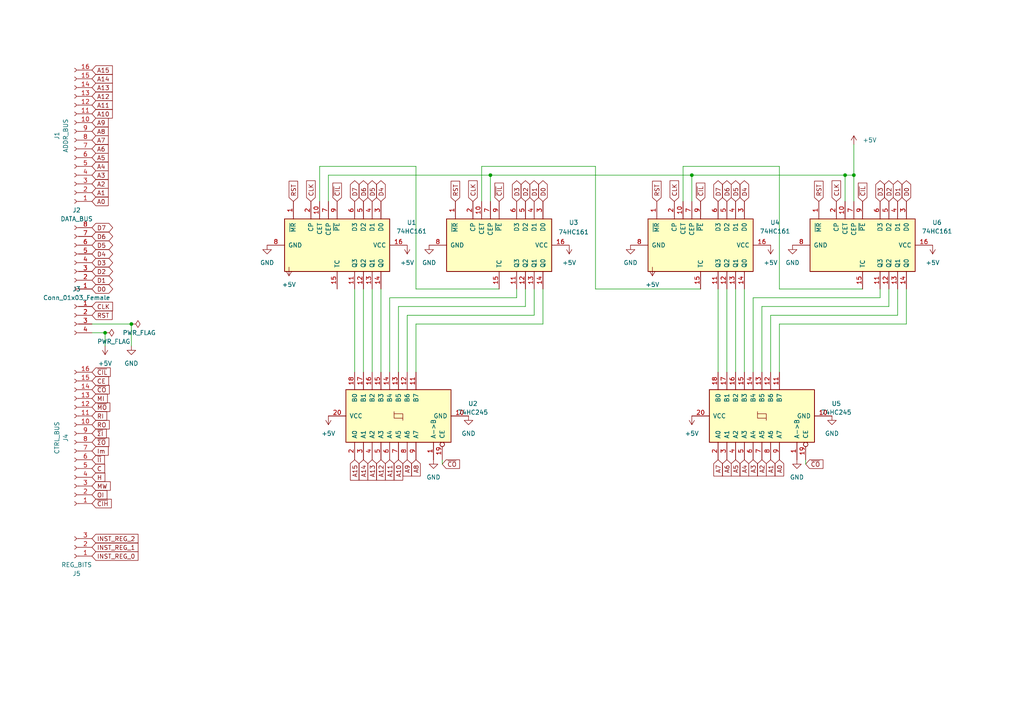
<source format=kicad_sch>
(kicad_sch (version 20211123) (generator eeschema)
  (paper "A4")
  (lib_symbols
    (symbol "74xx:74HC161" (pin_names (offset 1.016))
      (property "Reference" "U" (at -7.62 16.51 0))
      (property "Value" "74HC161" (at -7.62 -16.51 0))
      (symbol "74HC161_1_0"
        (pin input line (at -12.7 -12.7 0) (length 5.08) (name "~{MR}") (number "1"))
        (pin input line (at -12.7 -5.08 0) (length 5.08) (name "CET") (number "10"))
        (pin output line (at 12.7 5.08 180) (length 5.08) (name "Q3") (number "11"))
        (pin output line (at 12.7 7.62 180) (length 5.08) (name "Q2") (number "12"))
        (pin output line (at 12.7 10.16 180) (length 5.08) (name "Q1") (number "13"))
        (pin output line (at 12.7 12.7 180) (length 5.08) (name "Q0") (number "14"))
        (pin output line (at 12.7 0 180) (length 5.08) (name "TC") (number "15"))
        (pin power_in line (at 0 20.32 270) (length 5.08) (name "VCC") (number "16"))
        (pin input line (at -12.7 -7.62 0) (length 5.08) (name "CP") (number "2"))
        (pin input line (at -12.7 12.7 0) (length 5.08) (name "D0") (number "3"))
        (pin input line (at -12.7 10.16 0) (length 5.08) (name "D1") (number "4"))
        (pin input line (at -12.7 7.62 0) (length 5.08) (name "D2") (number "5"))
        (pin input line (at -12.7 5.08 0) (length 5.08) (name "D3") (number "6"))
        (pin input line (at -12.7 -2.54 0) (length 5.08) (name "CEP") (number "7"))
        (pin power_in line (at 0 -20.32 90) (length 5.08) (name "GND") (number "8"))
        (pin input line (at -12.7 0 0) (length 5.08) (name "~{PE}") (number "9"))
      )
      (symbol "74HC161_1_1"
        (rectangle (start -7.62 15.24) (end 7.62 -15.24) (stroke (width 0.254)) (fill (type background)))
      )
    )
    (symbol "74xx:74HC245" (pin_names (offset 1.016))
      (property "Reference" "U" (at -7.62 16.51 0))
      (property "Value" "74HC245" (at -7.62 -16.51 0))
      (symbol "74HC245_1_0"
        (polyline (pts (xy -0.635 -1.27) (xy -0.635 1.27) (xy 0.635 1.27)))
        (polyline (pts (xy -1.27 -1.27) (xy 0.635 -1.27) (xy 0.635 1.27) (xy 1.27 1.27)))
        (pin input line (at -12.7 -10.16 0) (length 5.08) (name "A->B") (number "1"))
        (pin power_in line (at 0 -20.32 90) (length 5.08) (name "GND") (number "10"))
        (pin tri_state line (at 12.7 -5.08 180) (length 5.08) (name "B7") (number "11"))
        (pin tri_state line (at 12.7 -2.54 180) (length 5.08) (name "B6") (number "12"))
        (pin tri_state line (at 12.7 0 180) (length 5.08) (name "B5") (number "13"))
        (pin tri_state line (at 12.7 2.54 180) (length 5.08) (name "B4") (number "14"))
        (pin tri_state line (at 12.7 5.08 180) (length 5.08) (name "B3") (number "15"))
        (pin tri_state line (at 12.7 7.62 180) (length 5.08) (name "B2") (number "16"))
        (pin tri_state line (at 12.7 10.16 180) (length 5.08) (name "B1") (number "17"))
        (pin tri_state line (at 12.7 12.7 180) (length 5.08) (name "B0") (number "18"))
        (pin input inverted (at -12.7 -12.7 0) (length 5.08) (name "CE") (number "19"))
        (pin tri_state line (at -12.7 12.7 0) (length 5.08) (name "A0") (number "2"))
        (pin power_in line (at 0 20.32 270) (length 5.08) (name "VCC") (number "20"))
        (pin tri_state line (at -12.7 10.16 0) (length 5.08) (name "A1") (number "3"))
        (pin tri_state line (at -12.7 7.62 0) (length 5.08) (name "A2") (number "4"))
        (pin tri_state line (at -12.7 5.08 0) (length 5.08) (name "A3") (number "5"))
        (pin tri_state line (at -12.7 2.54 0) (length 5.08) (name "A4") (number "6"))
        (pin tri_state line (at -12.7 0 0) (length 5.08) (name "A5") (number "7"))
        (pin tri_state line (at -12.7 -2.54 0) (length 5.08) (name "A6") (number "8"))
        (pin tri_state line (at -12.7 -5.08 0) (length 5.08) (name "A7") (number "9"))
      )
      (symbol "74HC245_1_1"
        (rectangle (start -7.62 15.24) (end 7.62 -15.24) (stroke (width 0.254)) (fill (type background)))
      )
    )
    (symbol "Connector:Conn_01x03_Female" (pin_names (offset 1.016) hide)
      (property "Reference" "J" (at 0 5.08 0))
      (property "Value" "Conn_01x03_Female" (at 0 -5.08 0))
      (symbol "Conn_01x03_Female_1_1"
        (arc (start 0 -2.032) (mid -0.508 -2.54) (end 0 -3.048) (stroke (width 0.1524)))
        (polyline (pts (xy -1.27 -2.54) (xy -0.508 -2.54)) (stroke (width 0.1524)))
        (polyline (pts (xy -1.27 0) (xy -0.508 0)) (stroke (width 0.1524)))
        (polyline (pts (xy -1.27 2.54) (xy -0.508 2.54)) (stroke (width 0.1524)))
        (arc (start 0 0.508) (mid -0.508 0) (end 0 -0.508) (stroke (width 0.1524)))
        (arc (start 0 3.048) (mid -0.508 2.54) (end 0 2.032) (stroke (width 0.1524)))
        (pin passive line (at -5.08 2.54 0) (length 3.81) (name "Pin_1") (number "1"))
        (pin passive line (at -5.08 0 0) (length 3.81) (name "Pin_2") (number "2"))
        (pin passive line (at -5.08 -2.54 0) (length 3.81) (name "Pin_3") (number "3"))
      )
    )
    (symbol "Connector:Conn_01x04_Female" (pin_names (offset 1.016) hide)
      (property "Reference" "J" (at 0 5.08 0))
      (property "Value" "Conn_01x04_Female" (at 0 -7.62 0))
      (symbol "Conn_01x04_Female_1_1"
        (arc (start 0 -4.572) (mid -0.508 -5.08) (end 0 -5.588) (stroke (width 0.1524)))
        (arc (start 0 -2.032) (mid -0.508 -2.54) (end 0 -3.048) (stroke (width 0.1524)))
        (polyline (pts (xy -1.27 -5.08) (xy -0.508 -5.08)) (stroke (width 0.1524)))
        (polyline (pts (xy -1.27 -2.54) (xy -0.508 -2.54)) (stroke (width 0.1524)))
        (polyline (pts (xy -1.27 0) (xy -0.508 0)) (stroke (width 0.1524)))
        (polyline (pts (xy -1.27 2.54) (xy -0.508 2.54)) (stroke (width 0.1524)))
        (arc (start 0 0.508) (mid -0.508 0) (end 0 -0.508) (stroke (width 0.1524)))
        (arc (start 0 3.048) (mid -0.508 2.54) (end 0 2.032) (stroke (width 0.1524)))
        (pin passive line (at -5.08 2.54 0) (length 3.81) (name "Pin_1") (number "1"))
        (pin passive line (at -5.08 0 0) (length 3.81) (name "Pin_2") (number "2"))
        (pin passive line (at -5.08 -2.54 0) (length 3.81) (name "Pin_3") (number "3"))
        (pin passive line (at -5.08 -5.08 0) (length 3.81) (name "Pin_4") (number "4"))
      )
    )
    (symbol "Connector:Conn_01x08_Female" (pin_names (offset 1.016) hide)
      (property "Reference" "J" (at 0 10.16 0))
      (property "Value" "Conn_01x08_Female" (at 0 -12.7 0))
      (symbol "Conn_01x08_Female_1_1"
        (arc (start 0 -9.652) (mid -0.508 -10.16) (end 0 -10.668) (stroke (width 0.1524)))
        (arc (start 0 -7.112) (mid -0.508 -7.62) (end 0 -8.128) (stroke (width 0.1524)))
        (arc (start 0 -4.572) (mid -0.508 -5.08) (end 0 -5.588) (stroke (width 0.1524)))
        (arc (start 0 -2.032) (mid -0.508 -2.54) (end 0 -3.048) (stroke (width 0.1524)))
        (polyline (pts (xy -1.27 -10.16) (xy -0.508 -10.16)) (stroke (width 0.1524)))
        (polyline (pts (xy -1.27 -7.62) (xy -0.508 -7.62)) (stroke (width 0.1524)))
        (polyline (pts (xy -1.27 -5.08) (xy -0.508 -5.08)) (stroke (width 0.1524)))
        (polyline (pts (xy -1.27 -2.54) (xy -0.508 -2.54)) (stroke (width 0.1524)))
        (polyline (pts (xy -1.27 0) (xy -0.508 0)) (stroke (width 0.1524)))
        (polyline (pts (xy -1.27 2.54) (xy -0.508 2.54)) (stroke (width 0.1524)))
        (polyline (pts (xy -1.27 5.08) (xy -0.508 5.08)) (stroke (width 0.1524)))
        (polyline (pts (xy -1.27 7.62) (xy -0.508 7.62)) (stroke (width 0.1524)))
        (arc (start 0 0.508) (mid -0.508 0) (end 0 -0.508) (stroke (width 0.1524)))
        (arc (start 0 3.048) (mid -0.508 2.54) (end 0 2.032) (stroke (width 0.1524)))
        (arc (start 0 5.588) (mid -0.508 5.08) (end 0 4.572) (stroke (width 0.1524)))
        (arc (start 0 8.128) (mid -0.508 7.62) (end 0 7.112) (stroke (width 0.1524)))
        (pin passive line (at -5.08 7.62 0) (length 3.81) (name "Pin_1") (number "1"))
        (pin passive line (at -5.08 5.08 0) (length 3.81) (name "Pin_2") (number "2"))
        (pin passive line (at -5.08 2.54 0) (length 3.81) (name "Pin_3") (number "3"))
        (pin passive line (at -5.08 0 0) (length 3.81) (name "Pin_4") (number "4"))
        (pin passive line (at -5.08 -2.54 0) (length 3.81) (name "Pin_5") (number "5"))
        (pin passive line (at -5.08 -5.08 0) (length 3.81) (name "Pin_6") (number "6"))
        (pin passive line (at -5.08 -7.62 0) (length 3.81) (name "Pin_7") (number "7"))
        (pin passive line (at -5.08 -10.16 0) (length 3.81) (name "Pin_8") (number "8"))
      )
    )
    (symbol "Connector:Conn_01x16_Female" (pin_names (offset 1.016) hide)
      (property "Reference" "J" (at 0 20.32 0))
      (property "Value" "Conn_01x16_Female" (at 0 -22.86 0))
      (symbol "Conn_01x16_Female_1_1"
        (arc (start 0 -19.812) (mid -0.508 -20.32) (end 0 -20.828) (stroke (width 0.1524)))
        (arc (start 0 -17.272) (mid -0.508 -17.78) (end 0 -18.288) (stroke (width 0.1524)))
        (arc (start 0 -14.732) (mid -0.508 -15.24) (end 0 -15.748) (stroke (width 0.1524)))
        (arc (start 0 -12.192) (mid -0.508 -12.7) (end 0 -13.208) (stroke (width 0.1524)))
        (arc (start 0 -9.652) (mid -0.508 -10.16) (end 0 -10.668) (stroke (width 0.1524)))
        (arc (start 0 -7.112) (mid -0.508 -7.62) (end 0 -8.128) (stroke (width 0.1524)))
        (arc (start 0 -4.572) (mid -0.508 -5.08) (end 0 -5.588) (stroke (width 0.1524)))
        (arc (start 0 -2.032) (mid -0.508 -2.54) (end 0 -3.048) (stroke (width 0.1524)))
        (polyline (pts (xy -1.27 -20.32) (xy -0.508 -20.32)) (stroke (width 0.1524)))
        (polyline (pts (xy -1.27 -17.78) (xy -0.508 -17.78)) (stroke (width 0.1524)))
        (polyline (pts (xy -1.27 -15.24) (xy -0.508 -15.24)) (stroke (width 0.1524)))
        (polyline (pts (xy -1.27 -12.7) (xy -0.508 -12.7)) (stroke (width 0.1524)))
        (polyline (pts (xy -1.27 -10.16) (xy -0.508 -10.16)) (stroke (width 0.1524)))
        (polyline (pts (xy -1.27 -7.62) (xy -0.508 -7.62)) (stroke (width 0.1524)))
        (polyline (pts (xy -1.27 -5.08) (xy -0.508 -5.08)) (stroke (width 0.1524)))
        (polyline (pts (xy -1.27 -2.54) (xy -0.508 -2.54)) (stroke (width 0.1524)))
        (polyline (pts (xy -1.27 0) (xy -0.508 0)) (stroke (width 0.1524)))
        (polyline (pts (xy -1.27 2.54) (xy -0.508 2.54)) (stroke (width 0.1524)))
        (polyline (pts (xy -1.27 5.08) (xy -0.508 5.08)) (stroke (width 0.1524)))
        (polyline (pts (xy -1.27 7.62) (xy -0.508 7.62)) (stroke (width 0.1524)))
        (polyline (pts (xy -1.27 10.16) (xy -0.508 10.16)) (stroke (width 0.1524)))
        (polyline (pts (xy -1.27 12.7) (xy -0.508 12.7)) (stroke (width 0.1524)))
        (polyline (pts (xy -1.27 15.24) (xy -0.508 15.24)) (stroke (width 0.1524)))
        (polyline (pts (xy -1.27 17.78) (xy -0.508 17.78)) (stroke (width 0.1524)))
        (arc (start 0 0.508) (mid -0.508 0) (end 0 -0.508) (stroke (width 0.1524)))
        (arc (start 0 3.048) (mid -0.508 2.54) (end 0 2.032) (stroke (width 0.1524)))
        (arc (start 0 5.588) (mid -0.508 5.08) (end 0 4.572) (stroke (width 0.1524)))
        (arc (start 0 8.128) (mid -0.508 7.62) (end 0 7.112) (stroke (width 0.1524)))
        (arc (start 0 10.668) (mid -0.508 10.16) (end 0 9.652) (stroke (width 0.1524)))
        (arc (start 0 13.208) (mid -0.508 12.7) (end 0 12.192) (stroke (width 0.1524)))
        (arc (start 0 15.748) (mid -0.508 15.24) (end 0 14.732) (stroke (width 0.1524)))
        (arc (start 0 18.288) (mid -0.508 17.78) (end 0 17.272) (stroke (width 0.1524)))
        (pin passive line (at -5.08 17.78 0) (length 3.81) (name "Pin_1") (number "1"))
        (pin passive line (at -5.08 -5.08 0) (length 3.81) (name "Pin_10") (number "10"))
        (pin passive line (at -5.08 -7.62 0) (length 3.81) (name "Pin_11") (number "11"))
        (pin passive line (at -5.08 -10.16 0) (length 3.81) (name "Pin_12") (number "12"))
        (pin passive line (at -5.08 -12.7 0) (length 3.81) (name "Pin_13") (number "13"))
        (pin passive line (at -5.08 -15.24 0) (length 3.81) (name "Pin_14") (number "14"))
        (pin passive line (at -5.08 -17.78 0) (length 3.81) (name "Pin_15") (number "15"))
        (pin passive line (at -5.08 -20.32 0) (length 3.81) (name "Pin_16") (number "16"))
        (pin passive line (at -5.08 15.24 0) (length 3.81) (name "Pin_2") (number "2"))
        (pin passive line (at -5.08 12.7 0) (length 3.81) (name "Pin_3") (number "3"))
        (pin passive line (at -5.08 10.16 0) (length 3.81) (name "Pin_4") (number "4"))
        (pin passive line (at -5.08 7.62 0) (length 3.81) (name "Pin_5") (number "5"))
        (pin passive line (at -5.08 5.08 0) (length 3.81) (name "Pin_6") (number "6"))
        (pin passive line (at -5.08 2.54 0) (length 3.81) (name "Pin_7") (number "7"))
        (pin passive line (at -5.08 0 0) (length 3.81) (name "Pin_8") (number "8"))
        (pin passive line (at -5.08 -2.54 0) (length 3.81) (name "Pin_9") (number "9"))
      )
    )
    (symbol "power:+5V" (power) (pin_names (offset 0))
      (property "Value" "+5V" (at 0 3.556 0))
      (symbol "+5V_0_1"
        (polyline (pts (xy -0.762 1.27) (xy 0 2.54)))
        (polyline (pts (xy 0 0) (xy 0 2.54)))
        (polyline (pts (xy 0 2.54) (xy 0.762 1.27)))
      )
      (symbol "+5V_1_1"
        (pin power_in line (at 0 0 90) (length 0) hide (name "+5V") (number "1"))
      )
    )
    (symbol "power:GND" (power) (pin_names (offset 0))
      (property "Value" "GND" (at 0 -3.81 0))
      (symbol "GND_0_1"
        (polyline (pts (xy 0 0) (xy 0 -1.27) (xy 1.27 -1.27) (xy 0 -2.54) (xy -1.27 -1.27) (xy 0 -1.27)))
      )
      (symbol "GND_1_1"
        (pin power_in line (at 0 0 270) (length 0) hide (name "GND") (number "1"))
      )
    )
    (symbol "power:PWR_FLAG" (power) (pin_numbers hide) (pin_names (offset 0) hide)
      (property "Value" "PWR_FLAG" (at 0 3.81 0))
      (symbol "PWR_FLAG_0_0"
        (pin power_out line (at 0 0 90) (length 0) (name "pwr") (number "1"))
      )
      (symbol "PWR_FLAG_0_1"
        (polyline (pts (xy 0 0) (xy 0 1.27) (xy -1.016 1.905) (xy 0 2.54) (xy 1.016 1.905) (xy 0 1.27)))
      )
    )
  )
  (junction (at 30.48 96.52))
  (junction (at 247.65 50.8))
  (junction (at 245.11 50.8))
  (junction (at 38.1 93.98))
  (junction (at 200.66 50.8))
  (junction (at 142.24 50.8))
  (wire (pts (xy 257.81 88.9) (xy 257.81 83.82)))
  (wire (pts (xy 152.4 88.9) (xy 152.4 83.82)))
  (wire (pts (xy 226.06 48.26) (xy 198.12 48.26)))
  (wire (pts (xy 247.65 50.8) (xy 245.11 50.8)))
  (wire (pts (xy 144.78 83.82) (xy 120.65 83.82)))
  (wire (pts (xy 220.98 88.9) (xy 220.98 107.95)))
  (wire (pts (xy 226.06 83.82) (xy 226.06 48.26)))
  (wire (pts (xy 26.67 96.52) (xy 30.48 96.52)))
  (wire (pts (xy 226.06 93.98) (xy 226.06 107.95)))
  (wire (pts (xy 215.9 83.82) (xy 215.9 107.95)))
  (wire (pts (xy 198.12 48.26) (xy 198.12 58.42)))
  (wire (pts (xy 247.65 41.91) (xy 247.65 50.8)))
  (wire (pts (xy 172.72 83.82) (xy 172.72 48.26)))
  (wire (pts (xy 157.48 83.82) (xy 157.48 93.98)))
  (wire (pts (xy 149.86 86.36) (xy 149.86 83.82)))
  (wire (pts (xy 120.65 83.82) (xy 120.65 48.26)))
  (wire (pts (xy 203.2 83.82) (xy 172.72 83.82)))
  (wire (pts (xy 223.52 91.44) (xy 260.35 91.44)))
  (wire (pts (xy 26.67 93.98) (xy 38.1 93.98)))
  (wire (pts (xy 120.65 48.26) (xy 92.71 48.26)))
  (wire (pts (xy 233.68 134.62) (xy 233.68 133.35)))
  (wire (pts (xy 92.71 48.26) (xy 92.71 58.42)))
  (wire (pts (xy 262.89 93.98) (xy 262.89 83.82)))
  (wire (pts (xy 226.06 93.98) (xy 262.89 93.98)))
  (wire (pts (xy 213.36 83.82) (xy 213.36 107.95)))
  (wire (pts (xy 260.35 91.44) (xy 260.35 83.82)))
  (wire (pts (xy 95.25 50.8) (xy 95.25 58.42)))
  (wire (pts (xy 218.44 86.36) (xy 255.27 86.36)))
  (wire (pts (xy 120.65 93.98) (xy 120.65 107.95)))
  (wire (pts (xy 38.1 93.98) (xy 38.1 100.33)))
  (wire (pts (xy 139.7 48.26) (xy 139.7 58.42)))
  (wire (pts (xy 245.11 50.8) (xy 245.11 58.42)))
  (wire (pts (xy 118.11 91.44) (xy 118.11 107.95)))
  (wire (pts (xy 115.57 88.9) (xy 152.4 88.9)))
  (wire (pts (xy 110.49 83.82) (xy 110.49 107.95)))
  (wire (pts (xy 220.98 88.9) (xy 257.81 88.9)))
  (wire (pts (xy 172.72 48.26) (xy 139.7 48.26)))
  (wire (pts (xy 208.28 83.82) (xy 208.28 107.95)))
  (wire (pts (xy 154.94 91.44) (xy 154.94 83.82)))
  (wire (pts (xy 115.57 88.9) (xy 115.57 107.95)))
  (wire (pts (xy 105.41 83.82) (xy 105.41 107.95)))
  (wire (pts (xy 30.48 96.52) (xy 30.48 100.33)))
  (wire (pts (xy 255.27 86.36) (xy 255.27 83.82)))
  (wire (pts (xy 128.27 134.62) (xy 128.27 133.35)))
  (wire (pts (xy 200.66 50.8) (xy 245.11 50.8)))
  (wire (pts (xy 142.24 50.8) (xy 142.24 58.42)))
  (wire (pts (xy 142.24 50.8) (xy 200.66 50.8)))
  (wire (pts (xy 223.52 91.44) (xy 223.52 107.95)))
  (wire (pts (xy 218.44 86.36) (xy 218.44 107.95)))
  (wire (pts (xy 200.66 50.8) (xy 200.66 58.42)))
  (wire (pts (xy 102.87 83.82) (xy 102.87 107.95)))
  (wire (pts (xy 210.82 83.82) (xy 210.82 107.95)))
  (wire (pts (xy 113.03 86.36) (xy 113.03 107.95)))
  (wire (pts (xy 247.65 50.8) (xy 247.65 58.42)))
  (wire (pts (xy 157.48 93.98) (xy 120.65 93.98)))
  (wire (pts (xy 250.19 83.82) (xy 226.06 83.82)))
  (wire (pts (xy 113.03 86.36) (xy 149.86 86.36)))
  (wire (pts (xy 107.95 83.82) (xy 107.95 107.95)))
  (wire (pts (xy 118.11 91.44) (xy 154.94 91.44)))
  (wire (pts (xy 95.25 50.8) (xy 142.24 50.8)))
  (global_label "A5" (shape input) (at 213.36 133.35 270) (property "Intersheet References" "${INTERSHEET_REFS}" (effects hide)))
  (global_label "INST_REG_2" (shape input) (at 26.67 156.21 0) (property "Intersheet References" "${INTERSHEET_REFS}" (effects hide)))
  (global_label "D7" (shape tri_state) (at 208.28 58.42 90) (property "Intersheet References" "${INTERSHEET_REFS}" (effects hide)))
  (global_label "D3" (shape tri_state) (at 255.27 58.42 90) (property "Intersheet References" "${INTERSHEET_REFS}" (effects hide)))
  (global_label "A14" (shape input) (at 105.41 133.35 270) (property "Intersheet References" "${INTERSHEET_REFS}" (effects hide)))
  (global_label "D2" (shape tri_state) (at 257.81 58.42 90) (property "Intersheet References" "${INTERSHEET_REFS}" (effects hide)))
  (global_label "A15" (shape input) (at 102.87 133.35 270) (property "Intersheet References" "${INTERSHEET_REFS}" (effects hide)))
  (global_label "A8" (shape input) (at 120.65 133.35 270) (property "Intersheet References" "${INTERSHEET_REFS}" (effects hide)))
  (global_label "A10" (shape input) (at 115.57 133.35 270) (property "Intersheet References" "${INTERSHEET_REFS}" (effects hide)))
  (global_label "A12" (shape input) (at 26.67 27.94 0) (property "Intersheet References" "${INTERSHEET_REFS}" (effects hide)))
  (global_label "D3" (shape tri_state) (at 149.86 58.42 90) (property "Intersheet References" "${INTERSHEET_REFS}" (effects hide)))
  (global_label "~{CIL}" (shape input) (at 26.67 107.95 0) (property "Intersheet References" "${INTERSHEET_REFS}" (effects hide)))
  (global_label "A2" (shape input) (at 220.98 133.35 270) (property "Intersheet References" "${INTERSHEET_REFS}" (effects hide)))
  (global_label "~{CIL}" (shape input) (at 203.2 58.42 90) (property "Intersheet References" "${INTERSHEET_REFS}" (effects hide)))
  (global_label "RST" (shape input) (at 85.09 58.42 90) (property "Intersheet References" "${INTERSHEET_REFS}" (effects hide)))
  (global_label "~{CIH}" (shape input) (at 26.67 146.05 0) (property "Intersheet References" "${INTERSHEET_REFS}" (effects hide)))
  (global_label "~{ΣO}" (shape input) (at 26.67 128.27 0) (property "Intersheet References" "${INTERSHEET_REFS}" (effects hide)))
  (global_label "A1" (shape input) (at 26.67 55.88 0) (property "Intersheet References" "${INTERSHEET_REFS}" (effects hide)))
  (global_label "D5" (shape tri_state) (at 213.36 58.42 90) (property "Intersheet References" "${INTERSHEET_REFS}" (effects hide)))
  (global_label "MI" (shape input) (at 26.67 115.57 0) (property "Intersheet References" "${INTERSHEET_REFS}" (effects hide)))
  (global_label "A9" (shape input) (at 118.11 133.35 270) (property "Intersheet References" "${INTERSHEET_REFS}" (effects hide)))
  (global_label "A3" (shape input) (at 26.67 50.8 0) (property "Intersheet References" "${INTERSHEET_REFS}" (effects hide)))
  (global_label "A11" (shape input) (at 26.67 30.48 0) (property "Intersheet References" "${INTERSHEET_REFS}" (effects hide)))
  (global_label "A9" (shape input) (at 26.67 35.56 0) (property "Intersheet References" "${INTERSHEET_REFS}" (effects hide)))
  (global_label "D6" (shape tri_state) (at 26.67 68.58 0) (property "Intersheet References" "${INTERSHEET_REFS}" (effects hide)))
  (global_label "~{CO}" (shape input) (at 128.27 134.62 0) (property "Intersheet References" "${INTERSHEET_REFS}" (effects hide)))
  (global_label "~{CO}" (shape input) (at 26.67 113.03 0) (property "Intersheet References" "${INTERSHEET_REFS}" (effects hide)))
  (global_label "D0" (shape tri_state) (at 262.89 58.42 90) (property "Intersheet References" "${INTERSHEET_REFS}" (effects hide)))
  (global_label "A10" (shape input) (at 26.67 33.02 0) (property "Intersheet References" "${INTERSHEET_REFS}" (effects hide)))
  (global_label "CLK" (shape input) (at 195.58 58.42 90) (property "Intersheet References" "${INTERSHEET_REFS}" (effects hide)))
  (global_label "CLK" (shape input) (at 137.16 58.42 90) (property "Intersheet References" "${INTERSHEET_REFS}" (effects hide)))
  (global_label "MW" (shape input) (at 26.67 140.97 0) (property "Intersheet References" "${INTERSHEET_REFS}" (effects hide)))
  (global_label "A7" (shape input) (at 26.67 40.64 0) (property "Intersheet References" "${INTERSHEET_REFS}" (effects hide)))
  (global_label "A7" (shape input) (at 208.28 133.35 270) (property "Intersheet References" "${INTERSHEET_REFS}" (effects hide)))
  (global_label "D4" (shape tri_state) (at 215.9 58.42 90) (property "Intersheet References" "${INTERSHEET_REFS}" (effects hide)))
  (global_label "~{CO}" (shape input) (at 233.68 134.62 0) (property "Intersheet References" "${INTERSHEET_REFS}" (effects hide)))
  (global_label "Im" (shape input) (at 26.67 130.81 0) (property "Intersheet References" "${INTERSHEET_REFS}" (effects hide)))
  (global_label "D4" (shape tri_state) (at 26.67 73.66 0) (property "Intersheet References" "${INTERSHEET_REFS}" (effects hide)))
  (global_label "INST_REG_1" (shape input) (at 26.67 158.75 0) (property "Intersheet References" "${INTERSHEET_REFS}" (effects hide)))
  (global_label "D3" (shape tri_state) (at 26.67 76.2 0) (property "Intersheet References" "${INTERSHEET_REFS}" (effects hide)))
  (global_label "A1" (shape input) (at 223.52 133.35 270) (property "Intersheet References" "${INTERSHEET_REFS}" (effects hide)))
  (global_label "A11" (shape input) (at 113.03 133.35 270) (property "Intersheet References" "${INTERSHEET_REFS}" (effects hide)))
  (global_label "~{ΣI}" (shape input) (at 26.67 125.73 0) (property "Intersheet References" "${INTERSHEET_REFS}" (effects hide)))
  (global_label "~{II}" (shape input) (at 26.67 133.35 0) (property "Intersheet References" "${INTERSHEET_REFS}" (effects hide)))
  (global_label "CE" (shape input) (at 26.67 110.49 0) (property "Intersheet References" "${INTERSHEET_REFS}" (effects hide)))
  (global_label "A15" (shape input) (at 26.67 20.32 0) (property "Intersheet References" "${INTERSHEET_REFS}" (effects hide)))
  (global_label "~{CIL}" (shape input) (at 250.19 58.42 90) (property "Intersheet References" "${INTERSHEET_REFS}" (effects hide)))
  (global_label "D0" (shape tri_state) (at 157.48 58.42 90) (property "Intersheet References" "${INTERSHEET_REFS}" (effects hide)))
  (global_label "D2" (shape tri_state) (at 26.67 78.74 0) (property "Intersheet References" "${INTERSHEET_REFS}" (effects hide)))
  (global_label "RST" (shape input) (at 190.5 58.42 90) (property "Intersheet References" "${INTERSHEET_REFS}" (effects hide)))
  (global_label "D5" (shape tri_state) (at 26.67 71.12 0) (property "Intersheet References" "${INTERSHEET_REFS}" (effects hide)))
  (global_label "A13" (shape input) (at 107.95 133.35 270) (property "Intersheet References" "${INTERSHEET_REFS}" (effects hide)))
  (global_label "A6" (shape input) (at 210.82 133.35 270) (property "Intersheet References" "${INTERSHEET_REFS}" (effects hide)))
  (global_label "D7" (shape tri_state) (at 26.67 66.04 0) (property "Intersheet References" "${INTERSHEET_REFS}" (effects hide)))
  (global_label "D1" (shape tri_state) (at 26.67 81.28 0) (property "Intersheet References" "${INTERSHEET_REFS}" (effects hide)))
  (global_label "A2" (shape input) (at 26.67 53.34 0) (property "Intersheet References" "${INTERSHEET_REFS}" (effects hide)))
  (global_label "H" (shape input) (at 26.67 138.43 0) (property "Intersheet References" "${INTERSHEET_REFS}" (effects hide)))
  (global_label "D7" (shape tri_state) (at 102.87 58.42 90) (property "Intersheet References" "${INTERSHEET_REFS}" (effects hide)))
  (global_label "RST" (shape input) (at 132.08 58.42 90) (property "Intersheet References" "${INTERSHEET_REFS}" (effects hide)))
  (global_label "A0" (shape input) (at 26.67 58.42 0) (property "Intersheet References" "${INTERSHEET_REFS}" (effects hide)))
  (global_label "D4" (shape tri_state) (at 110.49 58.42 90) (property "Intersheet References" "${INTERSHEET_REFS}" (effects hide)))
  (global_label "CLK" (shape input) (at 242.57 58.42 90) (property "Intersheet References" "${INTERSHEET_REFS}" (effects hide)))
  (global_label "A4" (shape input) (at 215.9 133.35 270) (property "Intersheet References" "${INTERSHEET_REFS}" (effects hide)))
  (global_label "D2" (shape tri_state) (at 152.4 58.42 90) (property "Intersheet References" "${INTERSHEET_REFS}" (effects hide)))
  (global_label "C" (shape input) (at 26.67 135.89 0) (property "Intersheet References" "${INTERSHEET_REFS}" (effects hide)))
  (global_label "A0" (shape input) (at 226.06 133.35 270) (property "Intersheet References" "${INTERSHEET_REFS}" (effects hide)))
  (global_label "~{CIL}" (shape input) (at 144.78 58.42 90) (property "Intersheet References" "${INTERSHEET_REFS}" (effects hide)))
  (global_label "OI" (shape input) (at 26.67 143.51 0) (property "Intersheet References" "${INTERSHEET_REFS}" (effects hide)))
  (global_label "RI" (shape input) (at 26.67 120.65 0) (property "Intersheet References" "${INTERSHEET_REFS}" (effects hide)))
  (global_label "A5" (shape input) (at 26.67 45.72 0) (property "Intersheet References" "${INTERSHEET_REFS}" (effects hide)))
  (global_label "A3" (shape input) (at 218.44 133.35 270) (property "Intersheet References" "${INTERSHEET_REFS}" (effects hide)))
  (global_label "D1" (shape tri_state) (at 154.94 58.42 90) (property "Intersheet References" "${INTERSHEET_REFS}" (effects hide)))
  (global_label "RST" (shape input) (at 26.67 91.44 0) (property "Intersheet References" "${INTERSHEET_REFS}" (effects hide)))
  (global_label "A8" (shape input) (at 26.67 38.1 0) (property "Intersheet References" "${INTERSHEET_REFS}" (effects hide)))
  (global_label "D0" (shape tri_state) (at 26.67 83.82 0) (property "Intersheet References" "${INTERSHEET_REFS}" (effects hide)))
  (global_label "A6" (shape input) (at 26.67 43.18 0) (property "Intersheet References" "${INTERSHEET_REFS}" (effects hide)))
  (global_label "RST" (shape input) (at 237.49 58.42 90) (property "Intersheet References" "${INTERSHEET_REFS}" (effects hide)))
  (global_label "D6" (shape tri_state) (at 210.82 58.42 90) (property "Intersheet References" "${INTERSHEET_REFS}" (effects hide)))
  (global_label "A12" (shape input) (at 110.49 133.35 270) (property "Intersheet References" "${INTERSHEET_REFS}" (effects hide)))
  (global_label "D1" (shape tri_state) (at 260.35 58.42 90) (property "Intersheet References" "${INTERSHEET_REFS}" (effects hide)))
  (global_label "~{MO}" (shape input) (at 26.67 118.11 0) (property "Intersheet References" "${INTERSHEET_REFS}" (effects hide)))
  (global_label "CLK" (shape input) (at 26.67 88.9 0) (property "Intersheet References" "${INTERSHEET_REFS}" (effects hide)))
  (global_label "A13" (shape input) (at 26.67 25.4 0) (property "Intersheet References" "${INTERSHEET_REFS}" (effects hide)))
  (global_label "D5" (shape tri_state) (at 107.95 58.42 90) (property "Intersheet References" "${INTERSHEET_REFS}" (effects hide)))
  (global_label "D6" (shape tri_state) (at 105.41 58.42 90) (property "Intersheet References" "${INTERSHEET_REFS}" (effects hide)))
  (global_label "CLK" (shape input) (at 90.17 58.42 90) (property "Intersheet References" "${INTERSHEET_REFS}" (effects hide)))
  (global_label "~{CIL}" (shape input) (at 97.79 58.42 90) (property "Intersheet References" "${INTERSHEET_REFS}" (effects hide)))
  (global_label "A4" (shape input) (at 26.67 48.26 0) (property "Intersheet References" "${INTERSHEET_REFS}" (effects hide)))
  (global_label "A14" (shape input) (at 26.67 22.86 0) (property "Intersheet References" "${INTERSHEET_REFS}" (effects hide)))
  (global_label "RO" (shape input) (at 26.67 123.19 0) (property "Intersheet References" "${INTERSHEET_REFS}" (effects hide)))
  (global_label "INST_REG_0" (shape input) (at 26.67 161.29 0) (property "Intersheet References" "${INTERSHEET_REFS}" (effects hide)))
  (symbol (lib_id "power:GND") (at 241.3 120.65 0) (unit 1)
    (property "Reference" "#PWR017" (effects hide))
    (property "Value" "GND" (at 241.3 125.73 0))
  )
  (symbol (lib_id "power:+5V") (at 118.11 71.12 180) (unit 1)
    (property "Reference" "#PWR06" (effects hide))
    (property "Value" "+5V" (at 118.11 76.2 0))
  )
  (symbol (lib_id "power:GND") (at 135.89 120.65 0) (unit 1)
    (property "Reference" "#PWR09" (effects hide))
    (property "Value" "GND" (at 135.89 125.73 0))
  )
  (symbol (lib_id "power:PWR_FLAG") (at 30.48 96.52 270) (unit 1)
    (property "Reference" "#FLG01" (effects hide))
    (property "Value" "PWR_FLAG" (at 33.02 99.06 90))
  )
  (symbol (lib_id "power:+5V") (at 223.52 71.12 180) (unit 1)
    (property "Reference" "#PWR014" (effects hide))
    (property "Value" "+5V" (at 223.52 76.2 0))
  )
  (symbol (lib_id "power:GND") (at 124.46 71.12 0) (unit 1)
    (property "Reference" "#PWR07" (effects hide))
    (property "Value" "GND" (at 124.46 76.2 0))
  )
  (symbol (lib_id "power:GND") (at 231.14 133.35 0) (unit 1)
    (property "Reference" "#PWR016" (effects hide))
    (property "Value" "GND" (at 231.14 138.43 0))
  )
  (symbol (lib_id "Connector:Conn_01x08_Female") (at 21.59 76.2 180) (unit 1)
    (property "Reference" "J2" (at 22.225 60.96 0))
    (property "Value" "DATA_BUS" (at 22.225 63.5 0))
    (property "Footprint" "Connector_PinSocket_2.54mm:PinSocket_1x08_P2.54mm_Vertical" (effects hide))
  )
  (symbol (lib_id "74xx:74HC245") (at 220.98 120.65 90) (unit 1)
    (property "Reference" "U5" (at 242.57 117.0686 90))
    (property "Value" "74HC245" (at 242.57 119.6086 90))
    (property "Footprint" "Package_DIP:DIP-20_W7.62mm_Socket" (effects hide))
    (property "Datasheet" "http://www.ti.com/lit/gpn/sn74HC245" (effects hide))
  )
  (symbol (lib_id "power:+5V") (at 95.25 120.65 180) (unit 1)
    (property "Reference" "#PWR05" (effects hide))
    (property "Value" "+5V" (at 95.25 125.73 0))
  )
  (symbol (lib_id "power:+5V") (at 247.65 41.91 0) (unit 1)
    (property "Reference" "#PWR018" (effects hide))
    (property "Value" "+5V" (at 250.19 40.6399 0) (effects (justify left)))
  )
  (symbol (lib_id "power:+5V") (at 30.48 100.33 180) (unit 1)
    (property "Reference" "#PWR01" (effects hide))
    (property "Value" "+5V" (at 30.48 105.41 0))
  )
  (symbol (lib_id "74xx:74HC161") (at 144.78 71.12 270) (unit 1)
    (property "Reference" "U3" (at 166.37 64.5412 90))
    (property "Value" "74HC161" (at 166.37 67.31 90))
    (property "Footprint" "Package_DIP:DIP-16_W7.62mm_Socket" (effects hide))
    (property "Datasheet" "http://www.ti.com/lit/gpn/sn74LS161" (effects hide))
  )
  (symbol (lib_id "power:+5V") (at 165.1 71.12 180) (unit 1)
    (property "Reference" "#PWR010" (effects hide))
    (property "Value" "+5V" (at 165.1 76.2 0))
  )
  (symbol (lib_id "power:GND") (at 38.1 100.33 0) (unit 1)
    (property "Reference" "#PWR02" (effects hide))
    (property "Value" "GND" (at 38.1 105.41 0))
  )
  (symbol (lib_id "power:+5V") (at 83.82 77.47 180) (unit 1)
    (property "Reference" "#PWR04" (effects hide))
    (property "Value" "+5V" (at 83.82 82.55 0))
  )
  (symbol (lib_id "74xx:74HC161") (at 97.79 71.12 270) (unit 1)
    (property "Reference" "U1" (at 119.38 64.5412 90))
    (property "Value" "74HC161" (at 119.38 67.0812 90))
    (property "Footprint" "Package_DIP:DIP-16_W7.62mm_Socket" (effects hide))
    (property "Datasheet" "http://www.ti.com/lit/gpn/sn74LS161" (effects hide))
  )
  (symbol (lib_id "Connector:Conn_01x03_Female") (at 21.59 158.75 180) (unit 1)
    (property "Reference" "J5" (at 22.225 166.37 0))
    (property "Value" "REG_BITS" (at 22.225 163.83 0))
    (property "Footprint" "Connector_PinSocket_2.54mm:PinSocket_1x04_P2.54mm_Vertical" (effects hide))
  )
  (symbol (lib_id "Connector:Conn_01x16_Female") (at 21.59 128.27 180) (unit 1)
    (property "Reference" "J4" (at 19.05 127 90))
    (property "Value" "CTRL_BUS" (at 16.51 127 90))
    (property "Footprint" "Connector_PinSocket_2.54mm:PinSocket_1x16_P2.54mm_Vertical" (effects hide))
  )
  (symbol (lib_id "power:+5V") (at 270.51 71.12 180) (unit 1)
    (property "Reference" "#PWR019" (effects hide))
    (property "Value" "+5V" (at 270.51 76.2 0))
  )
  (symbol (lib_id "power:GND") (at 77.47 71.12 0) (unit 1)
    (property "Reference" "#PWR03" (effects hide))
    (property "Value" "GND" (at 77.47 76.2 0))
  )
  (symbol (lib_id "74xx:74HC161") (at 250.19 71.12 270) (unit 1)
    (property "Reference" "U6" (at 271.78 64.5412 90))
    (property "Value" "74HC161" (at 271.78 67.0812 90))
    (property "Footprint" "Package_DIP:DIP-16_W7.62mm_Socket" (effects hide))
    (property "Datasheet" "http://www.ti.com/lit/gpn/sn74LS161" (effects hide))
  )
  (symbol (lib_id "power:GND") (at 229.87 71.12 0) (unit 1)
    (property "Reference" "#PWR015" (effects hide))
    (property "Value" "GND" (at 229.87 76.2 0))
  )
  (symbol (lib_id "power:+5V") (at 189.23 77.47 180) (unit 1)
    (property "Reference" "#PWR012" (effects hide))
    (property "Value" "+5V" (at 189.23 82.55 0))
  )
  (symbol (lib_id "power:GND") (at 125.73 133.35 0) (unit 1)
    (property "Reference" "#PWR08" (effects hide))
    (property "Value" "GND" (at 125.73 138.43 0))
  )
  (symbol (lib_id "74xx:74HC161") (at 203.2 71.12 270) (unit 1)
    (property "Reference" "U4" (at 224.79 64.5412 90))
    (property "Value" "74HC161" (at 224.79 67.0812 90))
    (property "Footprint" "Package_DIP:DIP-16_W7.62mm_Socket" (effects hide))
    (property "Datasheet" "http://www.ti.com/lit/gpn/sn74LS161" (effects hide))
  )
  (symbol (lib_id "Connector:Conn_01x16_Female") (at 21.59 40.64 180) (unit 1)
    (property "Reference" "J1" (at 16.51 39.37 90))
    (property "Value" "ADDR_BUS" (at 19.05 39.37 90))
    (property "Footprint" "Connector_PinSocket_2.54mm:PinSocket_1x16_P2.54mm_Vertical" (effects hide))
  )
  (symbol (lib_id "74xx:74HC245") (at 115.57 120.65 90) (unit 1)
    (property "Reference" "U2" (at 137.16 117.0686 90))
    (property "Value" "74HC245" (at 137.16 119.6086 90))
    (property "Footprint" "Package_DIP:DIP-20_W7.62mm_Socket" (effects hide))
    (property "Datasheet" "http://www.ti.com/lit/gpn/sn74HC245" (effects hide))
  )
  (symbol (lib_id "power:GND") (at 182.88 71.12 0) (unit 1)
    (property "Reference" "#PWR011" (effects hide))
    (property "Value" "GND" (at 182.88 76.2 0))
  )
  (symbol (lib_id "Connector:Conn_01x04_Female") (at 21.59 91.44 0) (mirror y) (unit 1)
    (property "Reference" "J3" (at 22.225 83.82 0))
    (property "Value" "Conn_01x03_Female" (at 22.225 86.36 0))
    (property "Footprint" "Connector_PinSocket_2.54mm:PinSocket_1x04_P2.54mm_Vertical" (effects hide))
  )
  (symbol (lib_id "power:+5V") (at 200.66 120.65 180) (unit 1)
    (property "Reference" "#PWR013" (effects hide))
    (property "Value" "+5V" (at 200.66 125.73 0))
  )
  (symbol (lib_id "power:PWR_FLAG") (at 38.1 93.98 270) (unit 1)
    (property "Reference" "#FLG02" (effects hide))
    (property "Value" "PWR_FLAG" (at 35.56 96.52 90) (effects (justify left)))
  )
)
</source>
